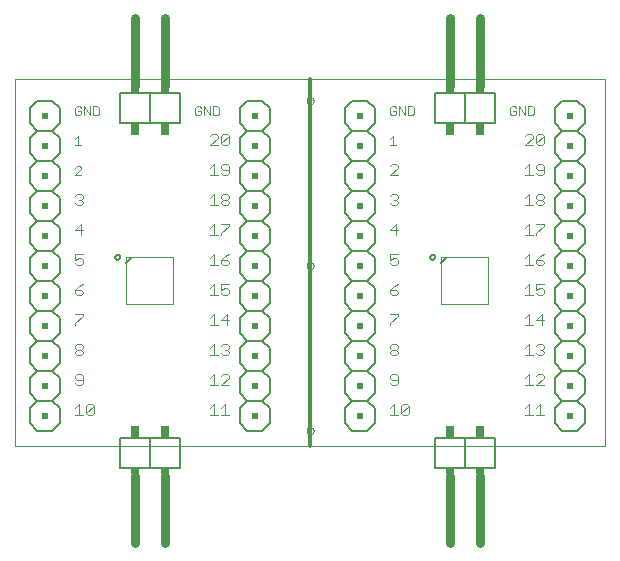
<source format=gto>
G75*
%MOIN*%
%OFA0B0*%
%FSLAX24Y24*%
%IPPOS*%
%LPD*%
%AMOC8*
5,1,8,0,0,1.08239X$1,22.5*
%
%ADD10C,0.0000*%
%ADD11C,0.0120*%
%ADD12C,0.0030*%
%ADD13C,0.0080*%
%ADD14C,0.0050*%
%ADD15C,0.0060*%
%ADD16R,0.0200X0.0200*%
%ADD17C,0.0300*%
%ADD18R,0.0300X0.0200*%
%ADD19R,0.0300X0.0400*%
D10*
X000100Y003500D02*
X000100Y015705D01*
X019785Y015705D01*
X019785Y003500D01*
X000100Y003500D01*
X009825Y004000D02*
X009827Y004021D01*
X009833Y004041D01*
X009842Y004061D01*
X009854Y004078D01*
X009869Y004092D01*
X009887Y004104D01*
X009907Y004112D01*
X009927Y004117D01*
X009948Y004118D01*
X009969Y004115D01*
X009989Y004109D01*
X010008Y004098D01*
X010025Y004085D01*
X010038Y004069D01*
X010049Y004051D01*
X010057Y004031D01*
X010061Y004011D01*
X010061Y003989D01*
X010057Y003969D01*
X010049Y003949D01*
X010038Y003931D01*
X010025Y003915D01*
X010008Y003902D01*
X009989Y003891D01*
X009969Y003885D01*
X009948Y003882D01*
X009927Y003883D01*
X009907Y003888D01*
X009887Y003896D01*
X009869Y003908D01*
X009854Y003922D01*
X009842Y003939D01*
X009833Y003959D01*
X009827Y003979D01*
X009825Y004000D01*
X009825Y009500D02*
X009827Y009521D01*
X009833Y009541D01*
X009842Y009561D01*
X009854Y009578D01*
X009869Y009592D01*
X009887Y009604D01*
X009907Y009612D01*
X009927Y009617D01*
X009948Y009618D01*
X009969Y009615D01*
X009989Y009609D01*
X010008Y009598D01*
X010025Y009585D01*
X010038Y009569D01*
X010049Y009551D01*
X010057Y009531D01*
X010061Y009511D01*
X010061Y009489D01*
X010057Y009469D01*
X010049Y009449D01*
X010038Y009431D01*
X010025Y009415D01*
X010008Y009402D01*
X009989Y009391D01*
X009969Y009385D01*
X009948Y009382D01*
X009927Y009383D01*
X009907Y009388D01*
X009887Y009396D01*
X009869Y009408D01*
X009854Y009422D01*
X009842Y009439D01*
X009833Y009459D01*
X009827Y009479D01*
X009825Y009500D01*
X009825Y015000D02*
X009827Y015021D01*
X009833Y015041D01*
X009842Y015061D01*
X009854Y015078D01*
X009869Y015092D01*
X009887Y015104D01*
X009907Y015112D01*
X009927Y015117D01*
X009948Y015118D01*
X009969Y015115D01*
X009989Y015109D01*
X010008Y015098D01*
X010025Y015085D01*
X010038Y015069D01*
X010049Y015051D01*
X010057Y015031D01*
X010061Y015011D01*
X010061Y014989D01*
X010057Y014969D01*
X010049Y014949D01*
X010038Y014931D01*
X010025Y014915D01*
X010008Y014902D01*
X009989Y014891D01*
X009969Y014885D01*
X009948Y014882D01*
X009927Y014883D01*
X009907Y014888D01*
X009887Y014896D01*
X009869Y014908D01*
X009854Y014922D01*
X009842Y014939D01*
X009833Y014959D01*
X009827Y014979D01*
X009825Y015000D01*
D11*
X009943Y015705D02*
X009943Y003500D01*
D12*
X012615Y004515D02*
X012862Y004515D01*
X012738Y004515D02*
X012738Y004885D01*
X012615Y004762D01*
X012983Y004824D02*
X012983Y004577D01*
X013230Y004824D01*
X013230Y004577D01*
X013168Y004515D01*
X013045Y004515D01*
X012983Y004577D01*
X012983Y004824D02*
X013045Y004885D01*
X013168Y004885D01*
X013230Y004824D01*
X012800Y005515D02*
X012677Y005515D01*
X012615Y005577D01*
X012677Y005700D02*
X012862Y005700D01*
X012862Y005577D02*
X012862Y005824D01*
X012800Y005885D01*
X012677Y005885D01*
X012615Y005824D01*
X012615Y005762D01*
X012677Y005700D01*
X012800Y005515D02*
X012862Y005577D01*
X012800Y006515D02*
X012677Y006515D01*
X012615Y006577D01*
X012615Y006638D01*
X012677Y006700D01*
X012800Y006700D01*
X012862Y006638D01*
X012862Y006577D01*
X012800Y006515D01*
X012800Y006700D02*
X012862Y006762D01*
X012862Y006824D01*
X012800Y006885D01*
X012677Y006885D01*
X012615Y006824D01*
X012615Y006762D01*
X012677Y006700D01*
X012615Y007515D02*
X012615Y007577D01*
X012862Y007824D01*
X012862Y007885D01*
X012615Y007885D01*
X012677Y008515D02*
X012800Y008515D01*
X012862Y008577D01*
X012862Y008638D01*
X012800Y008700D01*
X012615Y008700D01*
X012615Y008577D01*
X012677Y008515D01*
X012615Y008700D02*
X012738Y008824D01*
X012862Y008885D01*
X012800Y009515D02*
X012677Y009515D01*
X012615Y009577D01*
X012615Y009700D02*
X012738Y009762D01*
X012800Y009762D01*
X012862Y009700D01*
X012862Y009577D01*
X012800Y009515D01*
X012615Y009700D02*
X012615Y009885D01*
X012862Y009885D01*
X012800Y010515D02*
X012800Y010885D01*
X012615Y010700D01*
X012862Y010700D01*
X012800Y011515D02*
X012677Y011515D01*
X012615Y011577D01*
X012738Y011700D02*
X012800Y011700D01*
X012862Y011638D01*
X012862Y011577D01*
X012800Y011515D01*
X012800Y011700D02*
X012862Y011762D01*
X012862Y011824D01*
X012800Y011885D01*
X012677Y011885D01*
X012615Y011824D01*
X012615Y012515D02*
X012862Y012762D01*
X012862Y012824D01*
X012800Y012885D01*
X012677Y012885D01*
X012615Y012824D01*
X012615Y012515D02*
X012862Y012515D01*
X012808Y013515D02*
X012615Y013515D01*
X012712Y013515D02*
X012712Y013805D01*
X012615Y013708D01*
X012663Y014515D02*
X012760Y014515D01*
X012808Y014563D01*
X012808Y014660D01*
X012712Y014660D01*
X012808Y014757D02*
X012760Y014805D01*
X012663Y014805D01*
X012615Y014757D01*
X012615Y014563D01*
X012663Y014515D01*
X012910Y014515D02*
X012910Y014805D01*
X013103Y014515D01*
X013103Y014805D01*
X013204Y014805D02*
X013349Y014805D01*
X013398Y014757D01*
X013398Y014563D01*
X013349Y014515D01*
X013204Y014515D01*
X013204Y014805D01*
X016615Y014757D02*
X016615Y014563D01*
X016663Y014515D01*
X016760Y014515D01*
X016808Y014563D01*
X016808Y014660D01*
X016712Y014660D01*
X016808Y014757D02*
X016760Y014805D01*
X016663Y014805D01*
X016615Y014757D01*
X016910Y014805D02*
X016910Y014515D01*
X017103Y014515D02*
X017103Y014805D01*
X017204Y014805D02*
X017349Y014805D01*
X017398Y014757D01*
X017398Y014563D01*
X017349Y014515D01*
X017204Y014515D01*
X017204Y014805D01*
X016910Y014805D02*
X017103Y014515D01*
X017177Y013885D02*
X017115Y013824D01*
X017177Y013885D02*
X017300Y013885D01*
X017362Y013824D01*
X017362Y013762D01*
X017115Y013515D01*
X017362Y013515D01*
X017483Y013577D02*
X017730Y013824D01*
X017730Y013577D01*
X017668Y013515D01*
X017545Y013515D01*
X017483Y013577D01*
X017483Y013824D01*
X017545Y013885D01*
X017668Y013885D01*
X017730Y013824D01*
X017668Y012885D02*
X017545Y012885D01*
X017483Y012824D01*
X017483Y012762D01*
X017545Y012700D01*
X017730Y012700D01*
X017730Y012577D02*
X017668Y012515D01*
X017545Y012515D01*
X017483Y012577D01*
X017362Y012515D02*
X017115Y012515D01*
X017238Y012515D02*
X017238Y012885D01*
X017115Y012762D01*
X017668Y012885D02*
X017730Y012824D01*
X017730Y012577D01*
X017668Y011885D02*
X017730Y011824D01*
X017730Y011762D01*
X017668Y011700D01*
X017545Y011700D01*
X017483Y011762D01*
X017483Y011824D01*
X017545Y011885D01*
X017668Y011885D01*
X017668Y011700D02*
X017730Y011638D01*
X017730Y011577D01*
X017668Y011515D01*
X017545Y011515D01*
X017483Y011577D01*
X017483Y011638D01*
X017545Y011700D01*
X017362Y011515D02*
X017115Y011515D01*
X017238Y011515D02*
X017238Y011885D01*
X017115Y011762D01*
X017238Y010885D02*
X017238Y010515D01*
X017115Y010515D02*
X017362Y010515D01*
X017483Y010515D02*
X017483Y010577D01*
X017730Y010824D01*
X017730Y010885D01*
X017483Y010885D01*
X017238Y010885D02*
X017115Y010762D01*
X017238Y009885D02*
X017238Y009515D01*
X017115Y009515D02*
X017362Y009515D01*
X017483Y009577D02*
X017545Y009515D01*
X017668Y009515D01*
X017730Y009577D01*
X017730Y009638D01*
X017668Y009700D01*
X017483Y009700D01*
X017483Y009577D01*
X017483Y009700D02*
X017607Y009824D01*
X017730Y009885D01*
X017238Y009885D02*
X017115Y009762D01*
X017238Y008885D02*
X017238Y008515D01*
X017115Y008515D02*
X017362Y008515D01*
X017483Y008577D02*
X017545Y008515D01*
X017668Y008515D01*
X017730Y008577D01*
X017730Y008700D01*
X017668Y008762D01*
X017607Y008762D01*
X017483Y008700D01*
X017483Y008885D01*
X017730Y008885D01*
X017238Y008885D02*
X017115Y008762D01*
X017238Y007885D02*
X017238Y007515D01*
X017115Y007515D02*
X017362Y007515D01*
X017483Y007700D02*
X017730Y007700D01*
X017668Y007515D02*
X017668Y007885D01*
X017483Y007700D01*
X017238Y007885D02*
X017115Y007762D01*
X017238Y006885D02*
X017238Y006515D01*
X017115Y006515D02*
X017362Y006515D01*
X017483Y006577D02*
X017545Y006515D01*
X017668Y006515D01*
X017730Y006577D01*
X017730Y006638D01*
X017668Y006700D01*
X017607Y006700D01*
X017668Y006700D02*
X017730Y006762D01*
X017730Y006824D01*
X017668Y006885D01*
X017545Y006885D01*
X017483Y006824D01*
X017238Y006885D02*
X017115Y006762D01*
X017238Y005885D02*
X017238Y005515D01*
X017115Y005515D02*
X017362Y005515D01*
X017483Y005515D02*
X017730Y005762D01*
X017730Y005824D01*
X017668Y005885D01*
X017545Y005885D01*
X017483Y005824D01*
X017238Y005885D02*
X017115Y005762D01*
X017483Y005515D02*
X017730Y005515D01*
X017607Y004885D02*
X017607Y004515D01*
X017730Y004515D02*
X017483Y004515D01*
X017362Y004515D02*
X017115Y004515D01*
X017238Y004515D02*
X017238Y004885D01*
X017115Y004762D01*
X017483Y004762D02*
X017607Y004885D01*
X015887Y008213D02*
X014313Y008213D01*
X014313Y009787D01*
X015887Y009787D01*
X015887Y008213D01*
X007230Y008577D02*
X007168Y008515D01*
X007045Y008515D01*
X006983Y008577D01*
X006983Y008700D02*
X007107Y008762D01*
X007168Y008762D01*
X007230Y008700D01*
X007230Y008577D01*
X006983Y008700D02*
X006983Y008885D01*
X007230Y008885D01*
X006862Y008515D02*
X006615Y008515D01*
X006738Y008515D02*
X006738Y008885D01*
X006615Y008762D01*
X006615Y009515D02*
X006862Y009515D01*
X006738Y009515D02*
X006738Y009885D01*
X006615Y009762D01*
X006983Y009700D02*
X007168Y009700D01*
X007230Y009638D01*
X007230Y009577D01*
X007168Y009515D01*
X007045Y009515D01*
X006983Y009577D01*
X006983Y009700D01*
X007107Y009824D01*
X007230Y009885D01*
X006983Y010515D02*
X006983Y010577D01*
X007230Y010824D01*
X007230Y010885D01*
X006983Y010885D01*
X006738Y010885D02*
X006738Y010515D01*
X006615Y010515D02*
X006862Y010515D01*
X006615Y010762D02*
X006738Y010885D01*
X006738Y011515D02*
X006738Y011885D01*
X006615Y011762D01*
X006615Y011515D02*
X006862Y011515D01*
X006983Y011577D02*
X006983Y011638D01*
X007045Y011700D01*
X007168Y011700D01*
X007230Y011638D01*
X007230Y011577D01*
X007168Y011515D01*
X007045Y011515D01*
X006983Y011577D01*
X007045Y011700D02*
X006983Y011762D01*
X006983Y011824D01*
X007045Y011885D01*
X007168Y011885D01*
X007230Y011824D01*
X007230Y011762D01*
X007168Y011700D01*
X007168Y012515D02*
X007045Y012515D01*
X006983Y012577D01*
X006862Y012515D02*
X006615Y012515D01*
X006738Y012515D02*
X006738Y012885D01*
X006615Y012762D01*
X006983Y012762D02*
X007045Y012700D01*
X007230Y012700D01*
X007230Y012577D02*
X007230Y012824D01*
X007168Y012885D01*
X007045Y012885D01*
X006983Y012824D01*
X006983Y012762D01*
X007168Y012515D02*
X007230Y012577D01*
X007168Y013515D02*
X007045Y013515D01*
X006983Y013577D01*
X007230Y013824D01*
X007230Y013577D01*
X007168Y013515D01*
X006983Y013577D02*
X006983Y013824D01*
X007045Y013885D01*
X007168Y013885D01*
X007230Y013824D01*
X006862Y013824D02*
X006800Y013885D01*
X006677Y013885D01*
X006615Y013824D01*
X006862Y013824D02*
X006862Y013762D01*
X006615Y013515D01*
X006862Y013515D01*
X006849Y014515D02*
X006704Y014515D01*
X006704Y014805D01*
X006849Y014805D01*
X006898Y014757D01*
X006898Y014563D01*
X006849Y014515D01*
X006603Y014515D02*
X006603Y014805D01*
X006410Y014805D02*
X006603Y014515D01*
X006410Y014515D02*
X006410Y014805D01*
X006308Y014757D02*
X006260Y014805D01*
X006163Y014805D01*
X006115Y014757D01*
X006115Y014563D01*
X006163Y014515D01*
X006260Y014515D01*
X006308Y014563D01*
X006308Y014660D01*
X006212Y014660D01*
X002898Y014563D02*
X002898Y014757D01*
X002849Y014805D01*
X002704Y014805D01*
X002704Y014515D01*
X002849Y014515D01*
X002898Y014563D01*
X002603Y014515D02*
X002603Y014805D01*
X002410Y014805D02*
X002603Y014515D01*
X002410Y014515D02*
X002410Y014805D01*
X002308Y014757D02*
X002260Y014805D01*
X002163Y014805D01*
X002115Y014757D01*
X002115Y014563D01*
X002163Y014515D01*
X002260Y014515D01*
X002308Y014563D01*
X002308Y014660D01*
X002212Y014660D01*
X002212Y013805D02*
X002115Y013708D01*
X002212Y013805D02*
X002212Y013515D01*
X002308Y013515D02*
X002115Y013515D01*
X002163Y012805D02*
X002115Y012757D01*
X002163Y012805D02*
X002260Y012805D01*
X002308Y012757D01*
X002308Y012708D01*
X002115Y012515D01*
X002308Y012515D01*
X002300Y011885D02*
X002177Y011885D01*
X002115Y011824D01*
X002238Y011700D02*
X002300Y011700D01*
X002362Y011638D01*
X002362Y011577D01*
X002300Y011515D01*
X002177Y011515D01*
X002115Y011577D01*
X002300Y011700D02*
X002362Y011762D01*
X002362Y011824D01*
X002300Y011885D01*
X002300Y010885D02*
X002115Y010700D01*
X002362Y010700D01*
X002300Y010515D02*
X002300Y010885D01*
X002362Y009885D02*
X002115Y009885D01*
X002115Y009700D01*
X002238Y009762D01*
X002300Y009762D01*
X002362Y009700D01*
X002362Y009577D01*
X002300Y009515D01*
X002177Y009515D01*
X002115Y009577D01*
X002362Y008885D02*
X002238Y008824D01*
X002115Y008700D01*
X002300Y008700D01*
X002362Y008638D01*
X002362Y008577D01*
X002300Y008515D01*
X002177Y008515D01*
X002115Y008577D01*
X002115Y008700D01*
X002115Y007885D02*
X002362Y007885D01*
X002362Y007824D01*
X002115Y007577D01*
X002115Y007515D01*
X002177Y006885D02*
X002300Y006885D01*
X002362Y006824D01*
X002362Y006762D01*
X002300Y006700D01*
X002177Y006700D01*
X002115Y006762D01*
X002115Y006824D01*
X002177Y006885D01*
X002177Y006700D02*
X002115Y006638D01*
X002115Y006577D01*
X002177Y006515D01*
X002300Y006515D01*
X002362Y006577D01*
X002362Y006638D01*
X002300Y006700D01*
X002300Y005885D02*
X002177Y005885D01*
X002115Y005824D01*
X002115Y005762D01*
X002177Y005700D01*
X002362Y005700D01*
X002362Y005577D02*
X002362Y005824D01*
X002300Y005885D01*
X002362Y005577D02*
X002300Y005515D01*
X002177Y005515D01*
X002115Y005577D01*
X002238Y004885D02*
X002238Y004515D01*
X002115Y004515D02*
X002362Y004515D01*
X002483Y004577D02*
X002483Y004824D01*
X002545Y004885D01*
X002668Y004885D01*
X002730Y004824D01*
X002483Y004577D01*
X002545Y004515D01*
X002668Y004515D01*
X002730Y004577D01*
X002730Y004824D01*
X002238Y004885D02*
X002115Y004762D01*
X003813Y008213D02*
X003813Y009787D01*
X005387Y009787D01*
X005387Y008213D01*
X003813Y008213D01*
X006615Y007762D02*
X006738Y007885D01*
X006738Y007515D01*
X006615Y007515D02*
X006862Y007515D01*
X006983Y007700D02*
X007230Y007700D01*
X007168Y007515D02*
X007168Y007885D01*
X006983Y007700D01*
X007045Y006885D02*
X007168Y006885D01*
X007230Y006824D01*
X007230Y006762D01*
X007168Y006700D01*
X007230Y006638D01*
X007230Y006577D01*
X007168Y006515D01*
X007045Y006515D01*
X006983Y006577D01*
X006862Y006515D02*
X006615Y006515D01*
X006738Y006515D02*
X006738Y006885D01*
X006615Y006762D01*
X006983Y006824D02*
X007045Y006885D01*
X007107Y006700D02*
X007168Y006700D01*
X007168Y005885D02*
X007045Y005885D01*
X006983Y005824D01*
X007168Y005885D02*
X007230Y005824D01*
X007230Y005762D01*
X006983Y005515D01*
X007230Y005515D01*
X006862Y005515D02*
X006615Y005515D01*
X006738Y005515D02*
X006738Y005885D01*
X006615Y005762D01*
X006738Y004885D02*
X006738Y004515D01*
X006615Y004515D02*
X006862Y004515D01*
X006983Y004515D02*
X007230Y004515D01*
X007107Y004515D02*
X007107Y004885D01*
X006983Y004762D01*
X006738Y004885D02*
X006615Y004762D01*
D13*
X003813Y009591D02*
X004009Y009787D01*
X014313Y009591D02*
X014509Y009787D01*
D14*
X013941Y009787D02*
X013943Y009805D01*
X013949Y009822D01*
X013958Y009838D01*
X013971Y009851D01*
X013986Y009861D01*
X014003Y009868D01*
X014020Y009871D01*
X014039Y009870D01*
X014056Y009865D01*
X014072Y009857D01*
X014086Y009845D01*
X014097Y009830D01*
X014105Y009814D01*
X014109Y009796D01*
X014109Y009778D01*
X014105Y009760D01*
X014097Y009744D01*
X014086Y009729D01*
X014072Y009717D01*
X014056Y009709D01*
X014039Y009704D01*
X014020Y009703D01*
X014003Y009706D01*
X013986Y009713D01*
X013971Y009723D01*
X013958Y009736D01*
X013949Y009752D01*
X013943Y009769D01*
X013941Y009787D01*
X003441Y009787D02*
X003443Y009805D01*
X003449Y009822D01*
X003458Y009838D01*
X003471Y009851D01*
X003486Y009861D01*
X003503Y009868D01*
X003520Y009871D01*
X003539Y009870D01*
X003556Y009865D01*
X003572Y009857D01*
X003586Y009845D01*
X003597Y009830D01*
X003605Y009814D01*
X003609Y009796D01*
X003609Y009778D01*
X003605Y009760D01*
X003597Y009744D01*
X003586Y009729D01*
X003572Y009717D01*
X003556Y009709D01*
X003539Y009704D01*
X003520Y009703D01*
X003503Y009706D01*
X003486Y009713D01*
X003471Y009723D01*
X003458Y009736D01*
X003449Y009752D01*
X003443Y009769D01*
X003441Y009787D01*
D15*
X003600Y002750D02*
X004600Y002750D01*
X005600Y002750D01*
X005600Y003750D01*
X004600Y003750D01*
X003600Y003750D01*
X003600Y002750D01*
X004600Y002750D02*
X004600Y003750D01*
X001600Y004250D02*
X001600Y004750D01*
X001350Y005000D01*
X001600Y005250D01*
X001600Y005750D01*
X001350Y006000D01*
X000850Y006000D01*
X000600Y005750D01*
X000600Y005250D01*
X000850Y005000D01*
X001350Y005000D01*
X000850Y005000D02*
X000600Y004750D01*
X000600Y004250D01*
X000850Y004000D01*
X001350Y004000D01*
X001600Y004250D01*
X001350Y006000D02*
X001600Y006250D01*
X001600Y006750D01*
X001350Y007000D01*
X001600Y007250D01*
X001600Y007750D01*
X001350Y008000D01*
X001600Y008250D01*
X001600Y008750D01*
X001350Y009000D01*
X000850Y009000D01*
X000600Y008750D01*
X000600Y008250D01*
X000850Y008000D01*
X001350Y008000D01*
X000850Y008000D02*
X000600Y007750D01*
X000600Y007250D01*
X000850Y007000D01*
X001350Y007000D01*
X000850Y007000D02*
X000600Y006750D01*
X000600Y006250D01*
X000850Y006000D01*
X000850Y009000D02*
X000600Y009250D01*
X000600Y009750D01*
X000850Y010000D01*
X000600Y010250D01*
X000600Y010750D01*
X000850Y011000D01*
X000600Y011250D01*
X000600Y011750D01*
X000850Y012000D01*
X001350Y012000D01*
X001600Y011750D01*
X001600Y011250D01*
X001350Y011000D01*
X001600Y010750D01*
X001600Y010250D01*
X001350Y010000D01*
X001600Y009750D01*
X001600Y009250D01*
X001350Y009000D01*
X001350Y010000D02*
X000850Y010000D01*
X000850Y011000D02*
X001350Y011000D01*
X001350Y012000D02*
X001600Y012250D01*
X001600Y012750D01*
X001350Y013000D01*
X001600Y013250D01*
X001600Y013750D01*
X001350Y014000D01*
X001600Y014250D01*
X001600Y014750D01*
X001350Y015000D01*
X000850Y015000D01*
X000600Y014750D01*
X000600Y014250D01*
X000850Y014000D01*
X001350Y014000D01*
X000850Y014000D02*
X000600Y013750D01*
X000600Y013250D01*
X000850Y013000D01*
X001350Y013000D01*
X000850Y013000D02*
X000600Y012750D01*
X000600Y012250D01*
X000850Y012000D01*
X003600Y014250D02*
X003600Y015250D01*
X004600Y015250D01*
X005600Y015250D01*
X005600Y014250D01*
X004600Y014250D01*
X004600Y015250D01*
X004600Y014250D02*
X003600Y014250D01*
X007600Y014250D02*
X007600Y014750D01*
X007850Y015000D01*
X008350Y015000D01*
X008600Y014750D01*
X008600Y014250D01*
X008350Y014000D01*
X008600Y013750D01*
X008600Y013250D01*
X008350Y013000D01*
X007850Y013000D01*
X007600Y013250D01*
X007600Y013750D01*
X007850Y014000D01*
X007600Y014250D01*
X007850Y014000D02*
X008350Y014000D01*
X008350Y013000D02*
X008600Y012750D01*
X008600Y012250D01*
X008350Y012000D01*
X008600Y011750D01*
X008600Y011250D01*
X008350Y011000D01*
X008600Y010750D01*
X008600Y010250D01*
X008350Y010000D01*
X007850Y010000D01*
X007600Y010250D01*
X007600Y010750D01*
X007850Y011000D01*
X007600Y011250D01*
X007600Y011750D01*
X007850Y012000D01*
X007600Y012250D01*
X007600Y012750D01*
X007850Y013000D01*
X007850Y012000D02*
X008350Y012000D01*
X008350Y011000D02*
X007850Y011000D01*
X007850Y010000D02*
X007600Y009750D01*
X007600Y009250D01*
X007850Y009000D01*
X007600Y008750D01*
X007600Y008250D01*
X007850Y008000D01*
X007600Y007750D01*
X007600Y007250D01*
X007850Y007000D01*
X008350Y007000D01*
X008600Y007250D01*
X008600Y007750D01*
X008350Y008000D01*
X007850Y008000D01*
X008350Y008000D02*
X008600Y008250D01*
X008600Y008750D01*
X008350Y009000D01*
X007850Y009000D01*
X008350Y009000D02*
X008600Y009250D01*
X008600Y009750D01*
X008350Y010000D01*
X011100Y009750D02*
X011100Y009250D01*
X011350Y009000D01*
X011850Y009000D01*
X012100Y008750D01*
X012100Y008250D01*
X011850Y008000D01*
X012100Y007750D01*
X012100Y007250D01*
X011850Y007000D01*
X012100Y006750D01*
X012100Y006250D01*
X011850Y006000D01*
X012100Y005750D01*
X012100Y005250D01*
X011850Y005000D01*
X012100Y004750D01*
X012100Y004250D01*
X011850Y004000D01*
X011350Y004000D01*
X011100Y004250D01*
X011100Y004750D01*
X011350Y005000D01*
X011100Y005250D01*
X011100Y005750D01*
X011350Y006000D01*
X011850Y006000D01*
X011350Y006000D02*
X011100Y006250D01*
X011100Y006750D01*
X011350Y007000D01*
X011100Y007250D01*
X011100Y007750D01*
X011350Y008000D01*
X011100Y008250D01*
X011100Y008750D01*
X011350Y009000D01*
X011850Y009000D02*
X012100Y009250D01*
X012100Y009750D01*
X011850Y010000D01*
X012100Y010250D01*
X012100Y010750D01*
X011850Y011000D01*
X012100Y011250D01*
X012100Y011750D01*
X011850Y012000D01*
X011350Y012000D01*
X011100Y011750D01*
X011100Y011250D01*
X011350Y011000D01*
X011850Y011000D01*
X011350Y011000D02*
X011100Y010750D01*
X011100Y010250D01*
X011350Y010000D01*
X011850Y010000D01*
X011350Y010000D02*
X011100Y009750D01*
X011350Y008000D02*
X011850Y008000D01*
X011850Y007000D02*
X011350Y007000D01*
X011350Y005000D02*
X011850Y005000D01*
X014100Y003750D02*
X014100Y002750D01*
X015100Y002750D01*
X016100Y002750D01*
X016100Y003750D01*
X015100Y003750D01*
X014100Y003750D01*
X015100Y003750D02*
X015100Y002750D01*
X018100Y004250D02*
X018100Y004750D01*
X018350Y005000D01*
X018100Y005250D01*
X018100Y005750D01*
X018350Y006000D01*
X018100Y006250D01*
X018100Y006750D01*
X018350Y007000D01*
X018100Y007250D01*
X018100Y007750D01*
X018350Y008000D01*
X018100Y008250D01*
X018100Y008750D01*
X018350Y009000D01*
X018100Y009250D01*
X018100Y009750D01*
X018350Y010000D01*
X018100Y010250D01*
X018100Y010750D01*
X018350Y011000D01*
X018100Y011250D01*
X018100Y011750D01*
X018350Y012000D01*
X018100Y012250D01*
X018100Y012750D01*
X018350Y013000D01*
X018100Y013250D01*
X018100Y013750D01*
X018350Y014000D01*
X018100Y014250D01*
X018100Y014750D01*
X018350Y015000D01*
X018850Y015000D01*
X019100Y014750D01*
X019100Y014250D01*
X018850Y014000D01*
X019100Y013750D01*
X019100Y013250D01*
X018850Y013000D01*
X018350Y013000D01*
X018850Y013000D02*
X019100Y012750D01*
X019100Y012250D01*
X018850Y012000D01*
X019100Y011750D01*
X019100Y011250D01*
X018850Y011000D01*
X019100Y010750D01*
X019100Y010250D01*
X018850Y010000D01*
X018350Y010000D01*
X018850Y010000D02*
X019100Y009750D01*
X019100Y009250D01*
X018850Y009000D01*
X019100Y008750D01*
X019100Y008250D01*
X018850Y008000D01*
X019100Y007750D01*
X019100Y007250D01*
X018850Y007000D01*
X018350Y007000D01*
X018850Y007000D02*
X019100Y006750D01*
X019100Y006250D01*
X018850Y006000D01*
X019100Y005750D01*
X019100Y005250D01*
X018850Y005000D01*
X019100Y004750D01*
X019100Y004250D01*
X018850Y004000D01*
X018350Y004000D01*
X018100Y004250D01*
X018350Y005000D02*
X018850Y005000D01*
X018850Y006000D02*
X018350Y006000D01*
X018350Y008000D02*
X018850Y008000D01*
X018850Y009000D02*
X018350Y009000D01*
X018350Y011000D02*
X018850Y011000D01*
X018850Y012000D02*
X018350Y012000D01*
X018350Y014000D02*
X018850Y014000D01*
X016100Y014250D02*
X016100Y015250D01*
X015100Y015250D01*
X014100Y015250D01*
X014100Y014250D01*
X015100Y014250D01*
X016100Y014250D01*
X015100Y014250D02*
X015100Y015250D01*
X012100Y014750D02*
X012100Y014250D01*
X011850Y014000D01*
X012100Y013750D01*
X012100Y013250D01*
X011850Y013000D01*
X012100Y012750D01*
X012100Y012250D01*
X011850Y012000D01*
X011350Y012000D02*
X011100Y012250D01*
X011100Y012750D01*
X011350Y013000D01*
X011100Y013250D01*
X011100Y013750D01*
X011350Y014000D01*
X011100Y014250D01*
X011100Y014750D01*
X011350Y015000D01*
X011850Y015000D01*
X012100Y014750D01*
X011850Y014000D02*
X011350Y014000D01*
X011350Y013000D02*
X011850Y013000D01*
X008350Y007000D02*
X008600Y006750D01*
X008600Y006250D01*
X008350Y006000D01*
X008600Y005750D01*
X008600Y005250D01*
X008350Y005000D01*
X008600Y004750D01*
X008600Y004250D01*
X008350Y004000D01*
X007850Y004000D01*
X007600Y004250D01*
X007600Y004750D01*
X007850Y005000D01*
X007600Y005250D01*
X007600Y005750D01*
X007850Y006000D01*
X007600Y006250D01*
X007600Y006750D01*
X007850Y007000D01*
X007850Y006000D02*
X008350Y006000D01*
X008350Y005000D02*
X007850Y005000D01*
D16*
X008100Y004500D03*
X008100Y005500D03*
X008100Y006500D03*
X008100Y007500D03*
X008100Y008500D03*
X008100Y009500D03*
X008100Y010500D03*
X008100Y011500D03*
X008100Y012500D03*
X008100Y013500D03*
X008100Y014500D03*
X011600Y014500D03*
X011600Y013500D03*
X011600Y012500D03*
X011600Y011500D03*
X011600Y010500D03*
X011600Y009500D03*
X011600Y008500D03*
X011600Y007500D03*
X011600Y006500D03*
X011600Y005500D03*
X011600Y004500D03*
X018600Y004500D03*
X018600Y005500D03*
X018600Y006500D03*
X018600Y007500D03*
X018600Y008500D03*
X018600Y009500D03*
X018600Y010500D03*
X018600Y011500D03*
X018600Y012500D03*
X018600Y013500D03*
X018600Y014500D03*
X001100Y014500D03*
X001100Y013500D03*
X001100Y012500D03*
X001100Y011500D03*
X001100Y010500D03*
X001100Y009500D03*
X001100Y008500D03*
X001100Y007500D03*
X001100Y006500D03*
X001100Y005500D03*
X001100Y004500D03*
D17*
X004100Y002500D02*
X004100Y000250D01*
X005100Y000250D02*
X005100Y002500D01*
X014600Y002500D02*
X014600Y000250D01*
X015600Y000250D02*
X015600Y002500D01*
X015600Y015500D02*
X015600Y017750D01*
X014600Y017750D02*
X014600Y015500D01*
X005100Y015500D02*
X005100Y017750D01*
X004100Y017750D02*
X004100Y015500D01*
D18*
X004100Y015350D03*
X005100Y015350D03*
X014600Y015350D03*
X015600Y015350D03*
X015600Y002650D03*
X014600Y002650D03*
X005100Y002650D03*
X004100Y002650D03*
D19*
X004100Y003950D03*
X005100Y003950D03*
X014600Y003950D03*
X015600Y003950D03*
X015600Y014050D03*
X014600Y014050D03*
X005100Y014050D03*
X004100Y014050D03*
M02*

</source>
